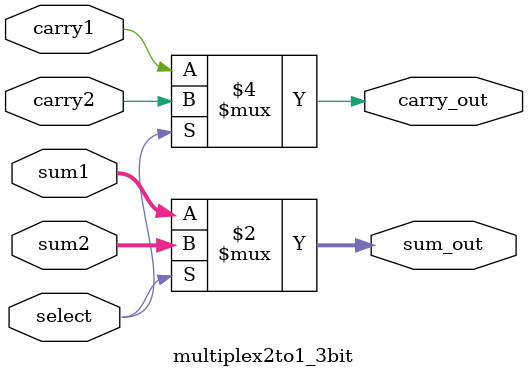
<source format=v>
module sq_root_carry_adder(
	input [4:0]a,b,
	input c_in,
	output [4:0]sum,
	output c_out
	);
	
	wire c00,c01,C_1,c10,c11;
	wire [1:0]s00,s01;
	wire [2:0]s10,s11;
	
	ripple_carry_2bit_sum r00(.a(a[1:0]),.b(b[1:0]),.c_in(1'b0),.sum(s00),.c_out(c00));
	ripple_carry_2bit_sum r01(.a(a[1:0]),.b(b[1:0]),.c_in(1'b1),.sum(s01),.c_out(c01));
	multiplex2to1_2bit m0(.select(c_in),.sum1(s00),.sum2(s01),.carry1(c00),.carry2(c01),.sum_out(sum[1:0]),.carry_out(C_1));
	
	ripple_carry_3bit_sum r10(a[4:2],b[4:2],1'b0,s10,c10);
	ripple_carry_3bit_sum r11(a[4:2],b[4:2],1'b1,s11,c11);
	multiplex2to1_3bit m1(.select(C_1),.sum1(s10),.sum2(s11),.carry1(c10),.carry2(c11),.sum_out(sum[4:2]),.carry_out(c_out));
	

endmodule

module ripple_carry_3bit_sum(
	input [2:0]a,
	input [2:0]b,
	input c_in,
	output [2:0]sum,
	output c_out
);

	wire w1,w2;
	full_adder u1(a[0],b[0],c_in,sum[0],w1);
	full_adder u2(a[1],b[1],w1,sum[1],w2);
	full_adder u3(a[2],b[2],w2,sum[2],c_out);
	
endmodule

module ripple_carry_2bit_sum(
	input [1:0]a,
	input [1:0]b,
	input c_in,
	output [1:0]sum,
	output c_out
);

	wire w1;
	full_adder u1(a[0],b[0],c_in,sum[0],w1);
	full_adder u2(a[1],b[1],w1,sum[1],c_out);
	
endmodule

module full_adder(
	input a,b,c_in,
	output sum,c_out
	);

	assign sum = a^b^c_in;
	assign c_out = ((a^b)&c_in)|(a&b) ;

endmodule

module multiplex2to1_2bit(
	input select,
	input [1:0]sum1,sum2,
	input carry1,carry2,
	output [1:0]sum_out,
	output carry_out
	);
	
	assign sum_out = (select == 0) ? sum1:sum2;
	assign carry_out = (select == 0) ? carry1:carry2;
endmodule

module multiplex2to1_3bit(
	input select,
	input [2:0]sum1,sum2,
	input carry1,carry2,
	output [2:0]sum_out,
	output carry_out
	);
	
	assign sum_out = (select == 0) ? sum1:sum2;
	assign carry_out = (select == 0) ? carry1:carry2;
endmodule

</source>
